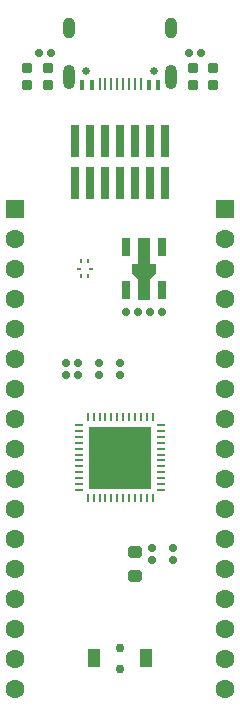
<source format=gts>
G04 #@! TF.GenerationSoftware,KiCad,Pcbnew,7.0.1*
G04 #@! TF.CreationDate,2023-03-20T20:29:13+09:00*
G04 #@! TF.ProjectId,EB-STM32U575CIU6Q,45422d53-544d-4333-9255-353735434955,V1.0*
G04 #@! TF.SameCoordinates,Original*
G04 #@! TF.FileFunction,Soldermask,Top*
G04 #@! TF.FilePolarity,Negative*
%FSLAX46Y46*%
G04 Gerber Fmt 4.6, Leading zero omitted, Abs format (unit mm)*
G04 Created by KiCad (PCBNEW 7.0.1) date 2023-03-20 20:29:13*
%MOMM*%
%LPD*%
G01*
G04 APERTURE LIST*
G04 Aperture macros list*
%AMRoundRect*
0 Rectangle with rounded corners*
0 $1 Rounding radius*
0 $2 $3 $4 $5 $6 $7 $8 $9 X,Y pos of 4 corners*
0 Add a 4 corners polygon primitive as box body*
4,1,4,$2,$3,$4,$5,$6,$7,$8,$9,$2,$3,0*
0 Add four circle primitives for the rounded corners*
1,1,$1+$1,$2,$3*
1,1,$1+$1,$4,$5*
1,1,$1+$1,$6,$7*
1,1,$1+$1,$8,$9*
0 Add four rect primitives between the rounded corners*
20,1,$1+$1,$2,$3,$4,$5,0*
20,1,$1+$1,$4,$5,$6,$7,0*
20,1,$1+$1,$6,$7,$8,$9,0*
20,1,$1+$1,$8,$9,$2,$3,0*%
%AMFreePoly0*
4,1,13,0.900000,0.500000,2.600000,0.500000,2.600000,-0.500000,0.900000,-0.500000,0.400000,-1.000000,-0.400000,-1.000000,-0.400000,-0.500000,-2.600000,-0.500000,-2.600000,0.500000,-0.400000,0.500000,-0.400000,1.000000,0.400000,1.000000,0.900000,0.500000,0.900000,0.500000,$1*%
G04 Aperture macros list end*
%ADD10O,1.000000X1.800000*%
%ADD11C,0.650000*%
%ADD12O,1.000000X2.100000*%
%ADD13R,0.450000X0.940000*%
%ADD14R,0.150000X1.140000*%
%ADD15R,1.600000X1.600000*%
%ADD16C,1.600000*%
%ADD17R,0.700000X1.500000*%
%ADD18FreePoly0,270.000000*%
%ADD19R,0.650000X2.770000*%
%ADD20RoundRect,0.250000X-0.350000X0.250000X-0.350000X-0.250000X0.350000X-0.250000X0.350000X0.250000X0*%
%ADD21RoundRect,0.150000X-0.150000X0.150000X-0.150000X-0.150000X0.150000X-0.150000X0.150000X0.150000X0*%
%ADD22RoundRect,0.150000X0.150000X-0.150000X0.150000X0.150000X-0.150000X0.150000X-0.150000X-0.150000X0*%
%ADD23RoundRect,0.200000X0.250000X0.200000X-0.250000X0.200000X-0.250000X-0.200000X0.250000X-0.200000X0*%
%ADD24C,0.750000*%
%ADD25R,1.000000X1.600000*%
%ADD26RoundRect,0.150000X-0.150000X-0.150000X0.150000X-0.150000X0.150000X0.150000X-0.150000X0.150000X0*%
%ADD27RoundRect,0.200000X-0.250000X-0.200000X0.250000X-0.200000X0.250000X0.200000X-0.250000X0.200000X0*%
%ADD28RoundRect,0.150000X0.150000X0.150000X-0.150000X0.150000X-0.150000X-0.150000X0.150000X-0.150000X0*%
%ADD29R,0.200000X0.400000*%
%ADD30R,0.400000X0.200000*%
%ADD31R,0.800000X0.150000*%
%ADD32R,0.150000X0.800000*%
%ADD33R,5.300000X5.300000*%
G04 APERTURE END LIST*
D10*
X4320000Y15400000D03*
D11*
X2890000Y11720000D03*
X-2890000Y11720000D03*
D12*
X-4320000Y11220000D03*
D10*
X-4320000Y15400000D03*
D13*
X3200000Y10550000D03*
X2400000Y10550000D03*
D14*
X1250000Y10650000D03*
X250000Y10650000D03*
X-250000Y10650000D03*
X-1250000Y10650000D03*
D13*
X-2400000Y10550000D03*
X-3200000Y10550000D03*
X-3200000Y10550000D03*
X-2400000Y10550000D03*
D14*
X-1750000Y10650000D03*
X-750000Y10650000D03*
X750000Y10650000D03*
X1750000Y10650000D03*
D13*
X2400000Y10550000D03*
X3200000Y10550000D03*
D12*
X4320000Y11220000D03*
D15*
X8890000Y0D03*
D16*
X8890000Y-2540000D03*
X8890000Y-5080000D03*
X8890000Y-7620000D03*
X8890000Y-10160000D03*
X8890000Y-12700000D03*
X8890000Y-15240000D03*
X8890000Y-17780000D03*
X8890000Y-20320000D03*
X8890000Y-22860000D03*
X8890000Y-25400000D03*
X8890000Y-27940000D03*
X8890000Y-30480000D03*
X8890000Y-33020000D03*
X8890000Y-35560000D03*
X8890000Y-38100000D03*
X8890000Y-40640000D03*
D17*
X3500000Y-3150000D03*
D18*
X2000000Y-5000000D03*
D17*
X500000Y-3150000D03*
X500000Y-6850000D03*
X3500000Y-6850000D03*
D19*
X3810000Y5778000D03*
X3810000Y2222000D03*
X2540000Y5778000D03*
X2540000Y2222000D03*
X1270000Y5778000D03*
X1270000Y2222000D03*
X0Y5778000D03*
X0Y2222000D03*
X-1270000Y5778000D03*
X-1270000Y2222000D03*
X-2540000Y5778000D03*
X-2540000Y2222000D03*
X-3810000Y5778000D03*
X-3810000Y2222000D03*
D20*
X1250000Y-29000000D03*
X1250000Y-31000000D03*
D21*
X2700000Y-28650000D03*
X2700000Y-29650000D03*
D22*
X0Y-14000000D03*
X0Y-13000000D03*
D23*
X7850000Y12000000D03*
X6150000Y12000000D03*
D24*
X0Y-38900000D03*
X0Y-37100000D03*
D25*
X-2200000Y-38000000D03*
X2200000Y-38000000D03*
D26*
X500000Y-8700000D03*
X1500000Y-8700000D03*
D22*
X-4600000Y-14000000D03*
X-4600000Y-13000000D03*
D26*
X5850000Y13250000D03*
X6850000Y13250000D03*
D21*
X4500000Y-28650000D03*
X4500000Y-29650000D03*
D27*
X6150000Y10500000D03*
X7850000Y10500000D03*
D22*
X-3600000Y-14000000D03*
X-3600000Y-13000000D03*
D15*
X-8890000Y0D03*
D16*
X-8890000Y-2540000D03*
X-8890000Y-5080000D03*
X-8890000Y-7620000D03*
X-8890000Y-10160000D03*
X-8890000Y-12700000D03*
X-8890000Y-15240000D03*
X-8890000Y-17780000D03*
X-8890000Y-20320000D03*
X-8890000Y-22860000D03*
X-8890000Y-25400000D03*
X-8890000Y-27940000D03*
X-8890000Y-30480000D03*
X-8890000Y-33020000D03*
X-8890000Y-35560000D03*
X-8890000Y-38100000D03*
X-8890000Y-40640000D03*
D23*
X-6150000Y12000000D03*
X-7850000Y12000000D03*
D28*
X3500000Y-8700000D03*
X2500000Y-8700000D03*
X-5850000Y13250000D03*
X-6850000Y13250000D03*
D29*
X-3275000Y-4350000D03*
X-2725000Y-4350000D03*
D30*
X-2500000Y-5000000D03*
D29*
X-2725000Y-5650000D03*
X-3275000Y-5650000D03*
D30*
X-3500000Y-5000000D03*
D31*
X-3450000Y-18250000D03*
X-3450000Y-18750000D03*
X-3450000Y-19250000D03*
X-3450000Y-19750000D03*
X-3450000Y-20250000D03*
X-3450000Y-20750000D03*
X-3450000Y-21250000D03*
X-3450000Y-21750000D03*
X-3450000Y-22250000D03*
X-3450000Y-22750000D03*
X-3450000Y-23250000D03*
X-3450000Y-23750000D03*
D32*
X-2750000Y-24450000D03*
X-2250000Y-24450000D03*
X-1750000Y-24450000D03*
X-1250000Y-24450000D03*
X-750000Y-24450000D03*
X-250000Y-24450000D03*
X250000Y-24450000D03*
X750000Y-24450000D03*
X1250000Y-24450000D03*
X1750000Y-24450000D03*
X2250000Y-24450000D03*
X2750000Y-24450000D03*
D31*
X3450000Y-23750000D03*
X3450000Y-23250000D03*
X3450000Y-22750000D03*
X3450000Y-22250000D03*
X3450000Y-21750000D03*
X3450000Y-21250000D03*
X3450000Y-20750000D03*
X3450000Y-20250000D03*
X3450000Y-19750000D03*
X3450000Y-19250000D03*
X3450000Y-18750000D03*
X3450000Y-18250000D03*
D32*
X2750000Y-17550000D03*
X2250000Y-17550000D03*
X1750000Y-17550000D03*
X1250000Y-17550000D03*
X750000Y-17550000D03*
X250000Y-17550000D03*
X-250000Y-17550000D03*
X-750000Y-17550000D03*
X-1250000Y-17550000D03*
X-1750000Y-17550000D03*
X-2250000Y-17550000D03*
D33*
X0Y-21000000D03*
D32*
X-2750000Y-17550000D03*
D23*
X-6150000Y10500000D03*
X-7850000Y10500000D03*
D22*
X-1800000Y-14000000D03*
X-1800000Y-13000000D03*
M02*

</source>
